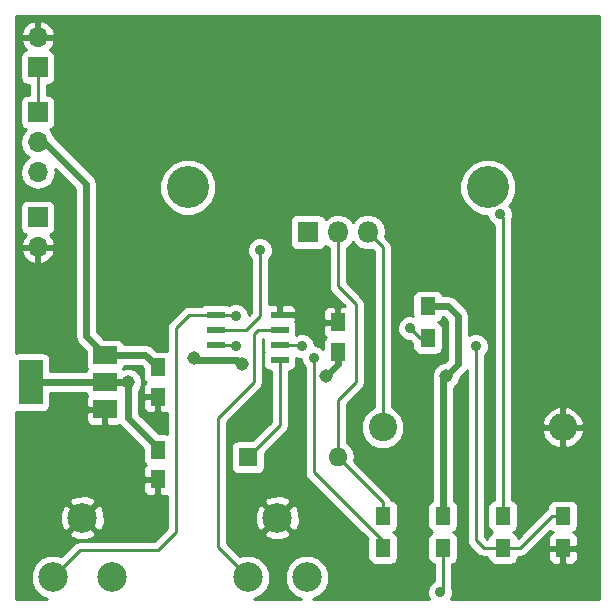
<source format=gtl>
G04 #@! TF.FileFunction,Copper,L1,Top,Signal*
%FSLAX46Y46*%
G04 Gerber Fmt 4.6, Leading zero omitted, Abs format (unit mm)*
G04 Created by KiCad (PCBNEW 4.0.5) date Wed Mar  1 21:50:55 2017*
%MOMM*%
%LPD*%
G01*
G04 APERTURE LIST*
%ADD10C,0.150000*%
%ADD11R,1.250000X1.500000*%
%ADD12R,1.600000X1.600000*%
%ADD13O,1.600000X1.600000*%
%ADD14R,1.700000X1.700000*%
%ADD15O,1.700000X1.700000*%
%ADD16R,1.800000X1.800000*%
%ADD17O,1.800000X1.800000*%
%ADD18R,1.300000X1.500000*%
%ADD19C,2.400000*%
%ADD20O,2.400000X2.400000*%
%ADD21C,2.500000*%
%ADD22R,1.550000X0.600000*%
%ADD23R,2.000000X3.800000*%
%ADD24R,2.000000X1.500000*%
%ADD25C,3.556000*%
%ADD26C,0.889000*%
%ADD27C,1.143000*%
%ADD28C,0.254000*%
%ADD29C,0.609600*%
G04 APERTURE END LIST*
D10*
D11*
X137160000Y-73640000D03*
X137160000Y-71140000D03*
X121920000Y-74950000D03*
X121920000Y-77450000D03*
X121920000Y-81935000D03*
X121920000Y-84435000D03*
D12*
X129540000Y-82550000D03*
D13*
X137160000Y-82550000D03*
D14*
X111760000Y-49530000D03*
D15*
X111760000Y-46990000D03*
D14*
X111760000Y-53340000D03*
D15*
X111760000Y-55880000D03*
X111760000Y-58420000D03*
D14*
X111760000Y-62230000D03*
D15*
X111760000Y-64770000D03*
D16*
X134620000Y-63500000D03*
D17*
X137160000Y-63500000D03*
X139700000Y-63500000D03*
D18*
X151130000Y-87550000D03*
X151130000Y-90250000D03*
X156210000Y-87550000D03*
X156210000Y-90250000D03*
X146050000Y-87550000D03*
X146050000Y-90250000D03*
X144780000Y-69770000D03*
X144780000Y-72470000D03*
X140970000Y-87550000D03*
X140970000Y-90250000D03*
D19*
X140970000Y-80010000D03*
D20*
X156210000Y-80010000D03*
D21*
X132040000Y-87670000D03*
X134540000Y-92710000D03*
X129540000Y-92710000D03*
X115530000Y-87670000D03*
X118030000Y-92710000D03*
X113030000Y-92710000D03*
D22*
X132240000Y-74295000D03*
X132240000Y-73025000D03*
X132240000Y-71755000D03*
X132240000Y-70485000D03*
X126840000Y-70485000D03*
X126840000Y-71755000D03*
X126840000Y-73025000D03*
X126840000Y-74295000D03*
D23*
X111150000Y-76200000D03*
D24*
X117450000Y-76200000D03*
X117450000Y-73900000D03*
X117450000Y-78500000D03*
D25*
X149860000Y-59690000D03*
X124460000Y-59690000D03*
D26*
X121920000Y-79502000D03*
X150876000Y-61976000D03*
X130556000Y-65024000D03*
X134112000Y-73152000D03*
X148844000Y-73152000D03*
X135128000Y-74168000D03*
X128524000Y-73152000D03*
X145796000Y-93980000D03*
X143256000Y-71628000D03*
X128524000Y-70612000D03*
D27*
X146304000Y-75692000D03*
X136144000Y-75692000D03*
X129032000Y-74676000D03*
X124968000Y-74168000D03*
X119380000Y-76200000D03*
D28*
X121920000Y-77450000D02*
X121920000Y-79502000D01*
D29*
X117450000Y-73900000D02*
X120870000Y-73900000D01*
X120870000Y-73900000D02*
X121920000Y-74950000D01*
X111760000Y-55880000D02*
X112268000Y-55880000D01*
X112268000Y-55880000D02*
X115824000Y-59436000D01*
X115824000Y-59436000D02*
X115824000Y-72274000D01*
X115824000Y-72274000D02*
X117450000Y-73900000D01*
D28*
X132240000Y-74295000D02*
X132240000Y-79850000D01*
X132240000Y-79850000D02*
X129540000Y-82550000D01*
X137160000Y-63500000D02*
X137160000Y-68072000D01*
X137160000Y-77724000D02*
X137160000Y-82550000D01*
X138684000Y-76200000D02*
X137160000Y-77724000D01*
X138684000Y-69596000D02*
X138684000Y-76200000D01*
X137160000Y-68072000D02*
X138684000Y-69596000D01*
X140970000Y-87550000D02*
X140970000Y-86360000D01*
X140970000Y-86360000D02*
X137160000Y-82550000D01*
X111760000Y-49530000D02*
X111760000Y-53340000D01*
X151130000Y-87550000D02*
X151130000Y-62230000D01*
X151130000Y-62230000D02*
X150876000Y-61976000D01*
X126840000Y-71755000D02*
X129413000Y-71755000D01*
X130556000Y-70612000D02*
X130556000Y-65024000D01*
X129413000Y-71755000D02*
X130556000Y-70612000D01*
X140970000Y-80010000D02*
X140970000Y-64770000D01*
X140970000Y-64770000D02*
X139700000Y-63500000D01*
X151130000Y-90250000D02*
X149526000Y-90250000D01*
X133985000Y-73025000D02*
X132240000Y-73025000D01*
X134112000Y-73152000D02*
X133985000Y-73025000D01*
X148844000Y-89568000D02*
X148844000Y-73152000D01*
X149526000Y-90250000D02*
X148844000Y-89568000D01*
X156210000Y-87550000D02*
X155274000Y-87550000D01*
X152574000Y-90250000D02*
X151130000Y-90250000D01*
X155274000Y-87550000D02*
X152574000Y-90250000D01*
X140970000Y-90250000D02*
X140970000Y-89662000D01*
X140970000Y-89662000D02*
X135128000Y-83820000D01*
X135128000Y-83820000D02*
X135128000Y-74168000D01*
X128524000Y-73152000D02*
X128397000Y-73025000D01*
X128397000Y-73025000D02*
X126840000Y-73025000D01*
X132240000Y-71755000D02*
X130429000Y-71755000D01*
X127000000Y-90170000D02*
X129540000Y-92710000D01*
X127000000Y-79248000D02*
X127000000Y-90170000D01*
X130048000Y-76200000D02*
X127000000Y-79248000D01*
X130048000Y-72136000D02*
X130048000Y-76200000D01*
X130429000Y-71755000D02*
X130048000Y-72136000D01*
X146050000Y-90250000D02*
X146050000Y-93726000D01*
X146050000Y-93726000D02*
X145796000Y-93980000D01*
X126840000Y-70485000D02*
X128397000Y-70485000D01*
X144098000Y-72470000D02*
X144780000Y-72470000D01*
X143256000Y-71628000D02*
X144098000Y-72470000D01*
X128397000Y-70485000D02*
X128524000Y-70612000D01*
X126840000Y-70485000D02*
X124587000Y-70485000D01*
X115316000Y-90424000D02*
X113030000Y-92710000D01*
X121920000Y-90424000D02*
X115316000Y-90424000D01*
X123444000Y-88900000D02*
X121920000Y-90424000D01*
X123444000Y-71628000D02*
X123444000Y-88900000D01*
X124587000Y-70485000D02*
X123444000Y-71628000D01*
D29*
X111150000Y-76200000D02*
X117450000Y-76200000D01*
X126840000Y-74295000D02*
X128651000Y-74295000D01*
X137160000Y-74676000D02*
X137160000Y-73640000D01*
X136144000Y-75692000D02*
X137160000Y-74676000D01*
X128651000Y-74295000D02*
X129032000Y-74676000D01*
X146050000Y-87550000D02*
X146050000Y-75946000D01*
X146050000Y-75946000D02*
X146304000Y-75692000D01*
X146478000Y-69770000D02*
X144780000Y-69770000D01*
X146304000Y-75692000D02*
X147320000Y-74676000D01*
X147320000Y-74676000D02*
X147320000Y-70612000D01*
X147320000Y-70612000D02*
X146478000Y-69770000D01*
X121920000Y-81935000D02*
X121920000Y-81788000D01*
X121920000Y-81788000D02*
X119380000Y-79248000D01*
X119380000Y-79248000D02*
X119380000Y-76200000D01*
X117450000Y-76200000D02*
X119380000Y-76200000D01*
X125095000Y-74295000D02*
X126840000Y-74295000D01*
X124968000Y-74168000D02*
X125095000Y-74295000D01*
D28*
G36*
X115846838Y-77185317D02*
X115952482Y-77349492D01*
X115911673Y-77390301D01*
X115815000Y-77623690D01*
X115815000Y-78214250D01*
X115973750Y-78373000D01*
X117323000Y-78373000D01*
X117323000Y-78353000D01*
X117577000Y-78353000D01*
X117577000Y-78373000D01*
X117597000Y-78373000D01*
X117597000Y-78627000D01*
X117577000Y-78627000D01*
X117577000Y-79726250D01*
X117735750Y-79885000D01*
X118576309Y-79885000D01*
X118670884Y-79845826D01*
X118715461Y-79912539D01*
X120647560Y-81844638D01*
X120647560Y-82685000D01*
X120691838Y-82920317D01*
X120830910Y-83136441D01*
X120899006Y-83182969D01*
X120756673Y-83325302D01*
X120660000Y-83558691D01*
X120660000Y-84149250D01*
X120818750Y-84308000D01*
X121793000Y-84308000D01*
X121793000Y-84288000D01*
X122047000Y-84288000D01*
X122047000Y-84308000D01*
X122067000Y-84308000D01*
X122067000Y-84562000D01*
X122047000Y-84562000D01*
X122047000Y-85661250D01*
X122205750Y-85820000D01*
X122671310Y-85820000D01*
X122682000Y-85815572D01*
X122682000Y-88584369D01*
X121604370Y-89662000D01*
X115316000Y-89662000D01*
X115024395Y-89720004D01*
X114777184Y-89885185D01*
X113710747Y-90951623D01*
X113406595Y-90825328D01*
X112656695Y-90824674D01*
X111963628Y-91111043D01*
X111432907Y-91640839D01*
X111145328Y-92333405D01*
X111144674Y-93083305D01*
X111431043Y-93776372D01*
X111960839Y-94307093D01*
X112521740Y-94540000D01*
X109930000Y-94540000D01*
X109930000Y-89003320D01*
X114376285Y-89003320D01*
X114505533Y-89296123D01*
X115205806Y-89564388D01*
X115955435Y-89544250D01*
X116554467Y-89296123D01*
X116683715Y-89003320D01*
X115530000Y-87849605D01*
X114376285Y-89003320D01*
X109930000Y-89003320D01*
X109930000Y-87345806D01*
X113635612Y-87345806D01*
X113655750Y-88095435D01*
X113903877Y-88694467D01*
X114196680Y-88823715D01*
X115350395Y-87670000D01*
X115709605Y-87670000D01*
X116863320Y-88823715D01*
X117156123Y-88694467D01*
X117424388Y-87994194D01*
X117404250Y-87244565D01*
X117156123Y-86645533D01*
X116863320Y-86516285D01*
X115709605Y-87670000D01*
X115350395Y-87670000D01*
X114196680Y-86516285D01*
X113903877Y-86645533D01*
X113635612Y-87345806D01*
X109930000Y-87345806D01*
X109930000Y-86336680D01*
X114376285Y-86336680D01*
X115530000Y-87490395D01*
X116683715Y-86336680D01*
X116554467Y-86043877D01*
X115854194Y-85775612D01*
X115104565Y-85795750D01*
X114505533Y-86043877D01*
X114376285Y-86336680D01*
X109930000Y-86336680D01*
X109930000Y-84720750D01*
X120660000Y-84720750D01*
X120660000Y-85311309D01*
X120756673Y-85544698D01*
X120935301Y-85723327D01*
X121168690Y-85820000D01*
X121634250Y-85820000D01*
X121793000Y-85661250D01*
X121793000Y-84562000D01*
X120818750Y-84562000D01*
X120660000Y-84720750D01*
X109930000Y-84720750D01*
X109930000Y-78785750D01*
X115815000Y-78785750D01*
X115815000Y-79376310D01*
X115911673Y-79609699D01*
X116090302Y-79788327D01*
X116323691Y-79885000D01*
X117164250Y-79885000D01*
X117323000Y-79726250D01*
X117323000Y-78627000D01*
X115973750Y-78627000D01*
X115815000Y-78785750D01*
X109930000Y-78785750D01*
X109930000Y-78702889D01*
X110150000Y-78747440D01*
X112150000Y-78747440D01*
X112385317Y-78703162D01*
X112601441Y-78564090D01*
X112746431Y-78351890D01*
X112797440Y-78100000D01*
X112797440Y-77139800D01*
X115838273Y-77139800D01*
X115846838Y-77185317D01*
X115846838Y-77185317D01*
G37*
X115846838Y-77185317D02*
X115952482Y-77349492D01*
X115911673Y-77390301D01*
X115815000Y-77623690D01*
X115815000Y-78214250D01*
X115973750Y-78373000D01*
X117323000Y-78373000D01*
X117323000Y-78353000D01*
X117577000Y-78353000D01*
X117577000Y-78373000D01*
X117597000Y-78373000D01*
X117597000Y-78627000D01*
X117577000Y-78627000D01*
X117577000Y-79726250D01*
X117735750Y-79885000D01*
X118576309Y-79885000D01*
X118670884Y-79845826D01*
X118715461Y-79912539D01*
X120647560Y-81844638D01*
X120647560Y-82685000D01*
X120691838Y-82920317D01*
X120830910Y-83136441D01*
X120899006Y-83182969D01*
X120756673Y-83325302D01*
X120660000Y-83558691D01*
X120660000Y-84149250D01*
X120818750Y-84308000D01*
X121793000Y-84308000D01*
X121793000Y-84288000D01*
X122047000Y-84288000D01*
X122047000Y-84308000D01*
X122067000Y-84308000D01*
X122067000Y-84562000D01*
X122047000Y-84562000D01*
X122047000Y-85661250D01*
X122205750Y-85820000D01*
X122671310Y-85820000D01*
X122682000Y-85815572D01*
X122682000Y-88584369D01*
X121604370Y-89662000D01*
X115316000Y-89662000D01*
X115024395Y-89720004D01*
X114777184Y-89885185D01*
X113710747Y-90951623D01*
X113406595Y-90825328D01*
X112656695Y-90824674D01*
X111963628Y-91111043D01*
X111432907Y-91640839D01*
X111145328Y-92333405D01*
X111144674Y-93083305D01*
X111431043Y-93776372D01*
X111960839Y-94307093D01*
X112521740Y-94540000D01*
X109930000Y-94540000D01*
X109930000Y-89003320D01*
X114376285Y-89003320D01*
X114505533Y-89296123D01*
X115205806Y-89564388D01*
X115955435Y-89544250D01*
X116554467Y-89296123D01*
X116683715Y-89003320D01*
X115530000Y-87849605D01*
X114376285Y-89003320D01*
X109930000Y-89003320D01*
X109930000Y-87345806D01*
X113635612Y-87345806D01*
X113655750Y-88095435D01*
X113903877Y-88694467D01*
X114196680Y-88823715D01*
X115350395Y-87670000D01*
X115709605Y-87670000D01*
X116863320Y-88823715D01*
X117156123Y-88694467D01*
X117424388Y-87994194D01*
X117404250Y-87244565D01*
X117156123Y-86645533D01*
X116863320Y-86516285D01*
X115709605Y-87670000D01*
X115350395Y-87670000D01*
X114196680Y-86516285D01*
X113903877Y-86645533D01*
X113635612Y-87345806D01*
X109930000Y-87345806D01*
X109930000Y-86336680D01*
X114376285Y-86336680D01*
X115530000Y-87490395D01*
X116683715Y-86336680D01*
X116554467Y-86043877D01*
X115854194Y-85775612D01*
X115104565Y-85795750D01*
X114505533Y-86043877D01*
X114376285Y-86336680D01*
X109930000Y-86336680D01*
X109930000Y-84720750D01*
X120660000Y-84720750D01*
X120660000Y-85311309D01*
X120756673Y-85544698D01*
X120935301Y-85723327D01*
X121168690Y-85820000D01*
X121634250Y-85820000D01*
X121793000Y-85661250D01*
X121793000Y-84562000D01*
X120818750Y-84562000D01*
X120660000Y-84720750D01*
X109930000Y-84720750D01*
X109930000Y-78785750D01*
X115815000Y-78785750D01*
X115815000Y-79376310D01*
X115911673Y-79609699D01*
X116090302Y-79788327D01*
X116323691Y-79885000D01*
X117164250Y-79885000D01*
X117323000Y-79726250D01*
X117323000Y-78627000D01*
X115973750Y-78627000D01*
X115815000Y-78785750D01*
X109930000Y-78785750D01*
X109930000Y-78702889D01*
X110150000Y-78747440D01*
X112150000Y-78747440D01*
X112385317Y-78703162D01*
X112601441Y-78564090D01*
X112746431Y-78351890D01*
X112797440Y-78100000D01*
X112797440Y-77139800D01*
X115838273Y-77139800D01*
X115846838Y-77185317D01*
G36*
X159310000Y-94540000D02*
X146732333Y-94540000D01*
X146875313Y-94195668D01*
X146875687Y-93766216D01*
X146812000Y-93612082D01*
X146812000Y-91626366D01*
X146935317Y-91603162D01*
X147151441Y-91464090D01*
X147296431Y-91251890D01*
X147347440Y-91000000D01*
X147347440Y-89500000D01*
X147303162Y-89264683D01*
X147164090Y-89048559D01*
X146951890Y-88903569D01*
X146938803Y-88900919D01*
X147151441Y-88764090D01*
X147296431Y-88551890D01*
X147347440Y-88300000D01*
X147347440Y-86800000D01*
X147303162Y-86564683D01*
X147164090Y-86348559D01*
X146989800Y-86229472D01*
X146989800Y-76712159D01*
X147326225Y-76376320D01*
X147510290Y-75933041D01*
X147510393Y-75814685D01*
X147984539Y-75340539D01*
X148082000Y-75194678D01*
X148082000Y-89568000D01*
X148140004Y-89859605D01*
X148209926Y-89964250D01*
X148305185Y-90106815D01*
X148987185Y-90788816D01*
X149114667Y-90873996D01*
X149234395Y-90953996D01*
X149526000Y-91012000D01*
X149834818Y-91012000D01*
X149876838Y-91235317D01*
X150015910Y-91451441D01*
X150228110Y-91596431D01*
X150480000Y-91647440D01*
X151780000Y-91647440D01*
X152015317Y-91603162D01*
X152231441Y-91464090D01*
X152376431Y-91251890D01*
X152425010Y-91012000D01*
X152574000Y-91012000D01*
X152865605Y-90953996D01*
X153112815Y-90788815D01*
X153365880Y-90535750D01*
X154925000Y-90535750D01*
X154925000Y-91126309D01*
X155021673Y-91359698D01*
X155200301Y-91538327D01*
X155433690Y-91635000D01*
X155924250Y-91635000D01*
X156083000Y-91476250D01*
X156083000Y-90377000D01*
X156337000Y-90377000D01*
X156337000Y-91476250D01*
X156495750Y-91635000D01*
X156986310Y-91635000D01*
X157219699Y-91538327D01*
X157398327Y-91359698D01*
X157495000Y-91126309D01*
X157495000Y-90535750D01*
X157336250Y-90377000D01*
X156337000Y-90377000D01*
X156083000Y-90377000D01*
X155083750Y-90377000D01*
X154925000Y-90535750D01*
X153365880Y-90535750D01*
X155128157Y-88773474D01*
X155308110Y-88896431D01*
X155341490Y-88903191D01*
X155200301Y-88961673D01*
X155021673Y-89140302D01*
X154925000Y-89373691D01*
X154925000Y-89964250D01*
X155083750Y-90123000D01*
X156083000Y-90123000D01*
X156083000Y-90103000D01*
X156337000Y-90103000D01*
X156337000Y-90123000D01*
X157336250Y-90123000D01*
X157495000Y-89964250D01*
X157495000Y-89373691D01*
X157398327Y-89140302D01*
X157219699Y-88961673D01*
X157083713Y-88905346D01*
X157095317Y-88903162D01*
X157311441Y-88764090D01*
X157456431Y-88551890D01*
X157507440Y-88300000D01*
X157507440Y-86800000D01*
X157463162Y-86564683D01*
X157324090Y-86348559D01*
X157111890Y-86203569D01*
X156860000Y-86152560D01*
X155560000Y-86152560D01*
X155324683Y-86196838D01*
X155108559Y-86335910D01*
X154963569Y-86548110D01*
X154912560Y-86800000D01*
X154912560Y-86892666D01*
X154903357Y-86898816D01*
X154735185Y-87011184D01*
X152398765Y-89347605D01*
X152383162Y-89264683D01*
X152244090Y-89048559D01*
X152031890Y-88903569D01*
X152018803Y-88900919D01*
X152231441Y-88764090D01*
X152376431Y-88551890D01*
X152427440Y-88300000D01*
X152427440Y-86800000D01*
X152383162Y-86564683D01*
X152244090Y-86348559D01*
X152031890Y-86203569D01*
X151892000Y-86175241D01*
X151892000Y-80421805D01*
X154421805Y-80421805D01*
X154654358Y-80983258D01*
X155145224Y-81504492D01*
X155798193Y-81798203D01*
X156083000Y-81681858D01*
X156083000Y-80137000D01*
X156337000Y-80137000D01*
X156337000Y-81681858D01*
X156621807Y-81798203D01*
X157274776Y-81504492D01*
X157765642Y-80983258D01*
X157998195Y-80421805D01*
X157881432Y-80137000D01*
X156337000Y-80137000D01*
X156083000Y-80137000D01*
X154538568Y-80137000D01*
X154421805Y-80421805D01*
X151892000Y-80421805D01*
X151892000Y-79598195D01*
X154421805Y-79598195D01*
X154538568Y-79883000D01*
X156083000Y-79883000D01*
X156083000Y-78338142D01*
X156337000Y-78338142D01*
X156337000Y-79883000D01*
X157881432Y-79883000D01*
X157998195Y-79598195D01*
X157765642Y-79036742D01*
X157274776Y-78515508D01*
X156621807Y-78221797D01*
X156337000Y-78338142D01*
X156083000Y-78338142D01*
X155798193Y-78221797D01*
X155145224Y-78515508D01*
X154654358Y-79036742D01*
X154421805Y-79598195D01*
X151892000Y-79598195D01*
X151892000Y-62344142D01*
X151955313Y-62191668D01*
X151955687Y-61762216D01*
X151791689Y-61365311D01*
X151694635Y-61268087D01*
X151904449Y-61058639D01*
X152272580Y-60172081D01*
X152273417Y-59212130D01*
X151906834Y-58324931D01*
X151228639Y-57645551D01*
X150342081Y-57277420D01*
X149382130Y-57276583D01*
X148494931Y-57643166D01*
X147815551Y-58321361D01*
X147447420Y-59207919D01*
X147446583Y-60167870D01*
X147813166Y-61055069D01*
X148491361Y-61734449D01*
X149377919Y-62102580D01*
X149796389Y-62102945D01*
X149796313Y-62189784D01*
X149960311Y-62586689D01*
X150263714Y-62890622D01*
X150368000Y-62933926D01*
X150368000Y-86173634D01*
X150244683Y-86196838D01*
X150028559Y-86335910D01*
X149883569Y-86548110D01*
X149832560Y-86800000D01*
X149832560Y-88300000D01*
X149876838Y-88535317D01*
X150015910Y-88751441D01*
X150228110Y-88896431D01*
X150241197Y-88899081D01*
X150028559Y-89035910D01*
X149883569Y-89248110D01*
X149836108Y-89482478D01*
X149606000Y-89252370D01*
X149606000Y-73916642D01*
X149758622Y-73764286D01*
X149923313Y-73367668D01*
X149923687Y-72938216D01*
X149759689Y-72541311D01*
X149456286Y-72237378D01*
X149059668Y-72072687D01*
X148630216Y-72072313D01*
X148259800Y-72225366D01*
X148259800Y-70612000D01*
X148188262Y-70252354D01*
X147984539Y-69947461D01*
X147142539Y-69105461D01*
X146837646Y-68901738D01*
X146478000Y-68830200D01*
X146041727Y-68830200D01*
X146033162Y-68784683D01*
X145894090Y-68568559D01*
X145681890Y-68423569D01*
X145430000Y-68372560D01*
X144130000Y-68372560D01*
X143894683Y-68416838D01*
X143678559Y-68555910D01*
X143533569Y-68768110D01*
X143482560Y-69020000D01*
X143482560Y-70520000D01*
X143489338Y-70556024D01*
X143471668Y-70548687D01*
X143042216Y-70548313D01*
X142645311Y-70712311D01*
X142341378Y-71015714D01*
X142176687Y-71412332D01*
X142176313Y-71841784D01*
X142340311Y-72238689D01*
X142643714Y-72542622D01*
X143040332Y-72707313D01*
X143257872Y-72707502D01*
X143482560Y-72932190D01*
X143482560Y-73220000D01*
X143526838Y-73455317D01*
X143665910Y-73671441D01*
X143878110Y-73816431D01*
X144130000Y-73867440D01*
X145430000Y-73867440D01*
X145665317Y-73823162D01*
X145881441Y-73684090D01*
X146026431Y-73471890D01*
X146077440Y-73220000D01*
X146077440Y-71720000D01*
X146033162Y-71484683D01*
X145894090Y-71268559D01*
X145681890Y-71123569D01*
X145668803Y-71120919D01*
X145881441Y-70984090D01*
X146026431Y-70771890D01*
X146039005Y-70709800D01*
X146088722Y-70709800D01*
X146380200Y-71001278D01*
X146380200Y-74286722D01*
X146181529Y-74485393D01*
X146065065Y-74485291D01*
X145621465Y-74668582D01*
X145281775Y-75007680D01*
X145097710Y-75450959D01*
X145097291Y-75930935D01*
X145110200Y-75962177D01*
X145110200Y-86231897D01*
X144948559Y-86335910D01*
X144803569Y-86548110D01*
X144752560Y-86800000D01*
X144752560Y-88300000D01*
X144796838Y-88535317D01*
X144935910Y-88751441D01*
X145148110Y-88896431D01*
X145161197Y-88899081D01*
X144948559Y-89035910D01*
X144803569Y-89248110D01*
X144752560Y-89500000D01*
X144752560Y-91000000D01*
X144796838Y-91235317D01*
X144935910Y-91451441D01*
X145148110Y-91596431D01*
X145288000Y-91624759D01*
X145288000Y-93021881D01*
X145185311Y-93064311D01*
X144881378Y-93367714D01*
X144716687Y-93764332D01*
X144716313Y-94193784D01*
X144859367Y-94540000D01*
X135047204Y-94540000D01*
X135606372Y-94308957D01*
X136137093Y-93779161D01*
X136424672Y-93086595D01*
X136425326Y-92336695D01*
X136138957Y-91643628D01*
X135609161Y-91112907D01*
X134916595Y-90825328D01*
X134166695Y-90824674D01*
X133473628Y-91111043D01*
X132942907Y-91640839D01*
X132655328Y-92333405D01*
X132654674Y-93083305D01*
X132941043Y-93776372D01*
X133470839Y-94307093D01*
X134031740Y-94540000D01*
X130047204Y-94540000D01*
X130606372Y-94308957D01*
X131137093Y-93779161D01*
X131424672Y-93086595D01*
X131425326Y-92336695D01*
X131138957Y-91643628D01*
X130609161Y-91112907D01*
X129916595Y-90825328D01*
X129166695Y-90824674D01*
X128859312Y-90951682D01*
X127762000Y-89854370D01*
X127762000Y-89003320D01*
X130886285Y-89003320D01*
X131015533Y-89296123D01*
X131715806Y-89564388D01*
X132465435Y-89544250D01*
X133064467Y-89296123D01*
X133193715Y-89003320D01*
X132040000Y-87849605D01*
X130886285Y-89003320D01*
X127762000Y-89003320D01*
X127762000Y-87345806D01*
X130145612Y-87345806D01*
X130165750Y-88095435D01*
X130413877Y-88694467D01*
X130706680Y-88823715D01*
X131860395Y-87670000D01*
X132219605Y-87670000D01*
X133373320Y-88823715D01*
X133666123Y-88694467D01*
X133934388Y-87994194D01*
X133914250Y-87244565D01*
X133666123Y-86645533D01*
X133373320Y-86516285D01*
X132219605Y-87670000D01*
X131860395Y-87670000D01*
X130706680Y-86516285D01*
X130413877Y-86645533D01*
X130145612Y-87345806D01*
X127762000Y-87345806D01*
X127762000Y-86336680D01*
X130886285Y-86336680D01*
X132040000Y-87490395D01*
X133193715Y-86336680D01*
X133064467Y-86043877D01*
X132364194Y-85775612D01*
X131614565Y-85795750D01*
X131015533Y-86043877D01*
X130886285Y-86336680D01*
X127762000Y-86336680D01*
X127762000Y-79563630D01*
X130586815Y-76738815D01*
X130658320Y-76631800D01*
X130751996Y-76491605D01*
X130810000Y-76200000D01*
X130810000Y-72517000D01*
X130859681Y-72517000D01*
X130817560Y-72725000D01*
X130817560Y-73325000D01*
X130861838Y-73560317D01*
X130925678Y-73659528D01*
X130868569Y-73743110D01*
X130817560Y-73995000D01*
X130817560Y-74595000D01*
X130861838Y-74830317D01*
X131000910Y-75046441D01*
X131213110Y-75191431D01*
X131465000Y-75242440D01*
X131478000Y-75242440D01*
X131478000Y-79534369D01*
X129909810Y-81102560D01*
X128740000Y-81102560D01*
X128504683Y-81146838D01*
X128288559Y-81285910D01*
X128143569Y-81498110D01*
X128092560Y-81750000D01*
X128092560Y-83350000D01*
X128136838Y-83585317D01*
X128275910Y-83801441D01*
X128488110Y-83946431D01*
X128740000Y-83997440D01*
X130340000Y-83997440D01*
X130575317Y-83953162D01*
X130791441Y-83814090D01*
X130936431Y-83601890D01*
X130987440Y-83350000D01*
X130987440Y-82180190D01*
X132778816Y-80388815D01*
X132913129Y-80187800D01*
X132943996Y-80141605D01*
X133002000Y-79850000D01*
X133002000Y-75242440D01*
X133015000Y-75242440D01*
X133250317Y-75198162D01*
X133466441Y-75059090D01*
X133611431Y-74846890D01*
X133662440Y-74595000D01*
X133662440Y-74134192D01*
X133896332Y-74231313D01*
X134048444Y-74231445D01*
X134048313Y-74381784D01*
X134212311Y-74778689D01*
X134366000Y-74932646D01*
X134366000Y-83820000D01*
X134424004Y-84111605D01*
X134589185Y-84358815D01*
X139682295Y-89451926D01*
X139672560Y-89500000D01*
X139672560Y-91000000D01*
X139716838Y-91235317D01*
X139855910Y-91451441D01*
X140068110Y-91596431D01*
X140320000Y-91647440D01*
X141620000Y-91647440D01*
X141855317Y-91603162D01*
X142071441Y-91464090D01*
X142216431Y-91251890D01*
X142267440Y-91000000D01*
X142267440Y-89500000D01*
X142223162Y-89264683D01*
X142084090Y-89048559D01*
X141871890Y-88903569D01*
X141858803Y-88900919D01*
X142071441Y-88764090D01*
X142216431Y-88551890D01*
X142267440Y-88300000D01*
X142267440Y-86800000D01*
X142223162Y-86564683D01*
X142084090Y-86348559D01*
X141871890Y-86203569D01*
X141693706Y-86167486D01*
X141673996Y-86068395D01*
X141607834Y-85969377D01*
X141508816Y-85821185D01*
X138559157Y-82871527D01*
X138623113Y-82550000D01*
X138513880Y-82000849D01*
X138202811Y-81535302D01*
X137922000Y-81347670D01*
X137922000Y-78039630D01*
X139222815Y-76738816D01*
X139387996Y-76491605D01*
X139398473Y-76438935D01*
X139446000Y-76200000D01*
X139446000Y-69596000D01*
X139387996Y-69304395D01*
X139222815Y-69057184D01*
X137922000Y-67756370D01*
X137922000Y-64821597D01*
X138275481Y-64585409D01*
X138430000Y-64354155D01*
X138584519Y-64585409D01*
X139082509Y-64918155D01*
X139669928Y-65035000D01*
X139730072Y-65035000D01*
X140086476Y-64964107D01*
X140208000Y-65085631D01*
X140208000Y-78339379D01*
X139931914Y-78453455D01*
X139415270Y-78969199D01*
X139135319Y-79643395D01*
X139134682Y-80373403D01*
X139413455Y-81048086D01*
X139929199Y-81564730D01*
X140603395Y-81844681D01*
X141333403Y-81845318D01*
X142008086Y-81566545D01*
X142524730Y-81050801D01*
X142804681Y-80376605D01*
X142805318Y-79646597D01*
X142526545Y-78971914D01*
X142010801Y-78455270D01*
X141732000Y-78339502D01*
X141732000Y-64770000D01*
X141673996Y-64478395D01*
X141621614Y-64400000D01*
X141508815Y-64231184D01*
X141184200Y-63906569D01*
X141265072Y-63500000D01*
X141148227Y-62912581D01*
X140815481Y-62414591D01*
X140317491Y-62081845D01*
X139730072Y-61965000D01*
X139669928Y-61965000D01*
X139082509Y-62081845D01*
X138584519Y-62414591D01*
X138430000Y-62645845D01*
X138275481Y-62414591D01*
X137777491Y-62081845D01*
X137190072Y-61965000D01*
X137129928Y-61965000D01*
X136542509Y-62081845D01*
X136121974Y-62362837D01*
X135984090Y-62148559D01*
X135771890Y-62003569D01*
X135520000Y-61952560D01*
X133720000Y-61952560D01*
X133484683Y-61996838D01*
X133268559Y-62135910D01*
X133123569Y-62348110D01*
X133072560Y-62600000D01*
X133072560Y-64400000D01*
X133116838Y-64635317D01*
X133255910Y-64851441D01*
X133468110Y-64996431D01*
X133720000Y-65047440D01*
X135520000Y-65047440D01*
X135755317Y-65003162D01*
X135971441Y-64864090D01*
X136116431Y-64651890D01*
X136119719Y-64635656D01*
X136398000Y-64821597D01*
X136398000Y-68072000D01*
X136456004Y-68363605D01*
X136496071Y-68423569D01*
X136621185Y-68610815D01*
X137765369Y-69755000D01*
X137445750Y-69755000D01*
X137287000Y-69913750D01*
X137287000Y-71013000D01*
X137307000Y-71013000D01*
X137307000Y-71267000D01*
X137287000Y-71267000D01*
X137287000Y-71287000D01*
X137033000Y-71287000D01*
X137033000Y-71267000D01*
X136058750Y-71267000D01*
X135900000Y-71425750D01*
X135900000Y-72016309D01*
X135996673Y-72249698D01*
X136137910Y-72390936D01*
X136083559Y-72425910D01*
X135938569Y-72638110D01*
X135887560Y-72890000D01*
X135887560Y-73400909D01*
X135740286Y-73253378D01*
X135343668Y-73088687D01*
X135191556Y-73088555D01*
X135191687Y-72938216D01*
X135027689Y-72541311D01*
X134724286Y-72237378D01*
X134327668Y-72072687D01*
X133898216Y-72072313D01*
X133637084Y-72180211D01*
X133662440Y-72055000D01*
X133662440Y-71455000D01*
X133618162Y-71219683D01*
X133559822Y-71129020D01*
X133650000Y-70911310D01*
X133650000Y-70770750D01*
X133491250Y-70612000D01*
X132367000Y-70612000D01*
X132367000Y-70632000D01*
X132113000Y-70632000D01*
X132113000Y-70612000D01*
X132093000Y-70612000D01*
X132093000Y-70358000D01*
X132113000Y-70358000D01*
X132113000Y-69708750D01*
X132367000Y-69708750D01*
X132367000Y-70358000D01*
X133491250Y-70358000D01*
X133585559Y-70263691D01*
X135900000Y-70263691D01*
X135900000Y-70854250D01*
X136058750Y-71013000D01*
X137033000Y-71013000D01*
X137033000Y-69913750D01*
X136874250Y-69755000D01*
X136408690Y-69755000D01*
X136175301Y-69851673D01*
X135996673Y-70030302D01*
X135900000Y-70263691D01*
X133585559Y-70263691D01*
X133650000Y-70199250D01*
X133650000Y-70058690D01*
X133553327Y-69825301D01*
X133374698Y-69646673D01*
X133141309Y-69550000D01*
X132525750Y-69550000D01*
X132367000Y-69708750D01*
X132113000Y-69708750D01*
X131954250Y-69550000D01*
X131338691Y-69550000D01*
X131318000Y-69558571D01*
X131318000Y-65788642D01*
X131470622Y-65636286D01*
X131635313Y-65239668D01*
X131635687Y-64810216D01*
X131471689Y-64413311D01*
X131168286Y-64109378D01*
X130771668Y-63944687D01*
X130342216Y-63944313D01*
X129945311Y-64108311D01*
X129641378Y-64411714D01*
X129476687Y-64808332D01*
X129476313Y-65237784D01*
X129640311Y-65634689D01*
X129794000Y-65788646D01*
X129794000Y-70296370D01*
X129603610Y-70486760D01*
X129603687Y-70398216D01*
X129439689Y-70001311D01*
X129136286Y-69697378D01*
X128739668Y-69532687D01*
X128310216Y-69532313D01*
X127982647Y-69667662D01*
X127866890Y-69588569D01*
X127615000Y-69537560D01*
X126065000Y-69537560D01*
X125829683Y-69581838D01*
X125613559Y-69720910D01*
X125612131Y-69723000D01*
X124587000Y-69723000D01*
X124295395Y-69781004D01*
X124048185Y-69946185D01*
X122905185Y-71089185D01*
X122740004Y-71336395D01*
X122682000Y-71628000D01*
X122682000Y-73580303D01*
X122545000Y-73552560D01*
X121851638Y-73552560D01*
X121534539Y-73235461D01*
X121229646Y-73031738D01*
X120870000Y-72960200D01*
X119061727Y-72960200D01*
X119053162Y-72914683D01*
X118914090Y-72698559D01*
X118701890Y-72553569D01*
X118450000Y-72502560D01*
X117381638Y-72502560D01*
X116763800Y-71884722D01*
X116763800Y-60167870D01*
X122046583Y-60167870D01*
X122413166Y-61055069D01*
X123091361Y-61734449D01*
X123977919Y-62102580D01*
X124937870Y-62103417D01*
X125825069Y-61736834D01*
X126504449Y-61058639D01*
X126872580Y-60172081D01*
X126873417Y-59212130D01*
X126506834Y-58324931D01*
X125828639Y-57645551D01*
X124942081Y-57277420D01*
X123982130Y-57276583D01*
X123094931Y-57643166D01*
X122415551Y-58321361D01*
X122047420Y-59207919D01*
X122046583Y-60167870D01*
X116763800Y-60167870D01*
X116763800Y-59436000D01*
X116692262Y-59076354D01*
X116488539Y-58771461D01*
X113193895Y-55476817D01*
X113161054Y-55311715D01*
X112839147Y-54829946D01*
X112797548Y-54802150D01*
X112845317Y-54793162D01*
X113061441Y-54654090D01*
X113206431Y-54441890D01*
X113257440Y-54190000D01*
X113257440Y-52490000D01*
X113213162Y-52254683D01*
X113074090Y-52038559D01*
X112861890Y-51893569D01*
X112610000Y-51842560D01*
X112522000Y-51842560D01*
X112522000Y-51027440D01*
X112610000Y-51027440D01*
X112845317Y-50983162D01*
X113061441Y-50844090D01*
X113206431Y-50631890D01*
X113257440Y-50380000D01*
X113257440Y-48680000D01*
X113213162Y-48444683D01*
X113074090Y-48228559D01*
X112861890Y-48083569D01*
X112753893Y-48061699D01*
X113031645Y-47756924D01*
X113201476Y-47346890D01*
X113080155Y-47117000D01*
X111887000Y-47117000D01*
X111887000Y-47137000D01*
X111633000Y-47137000D01*
X111633000Y-47117000D01*
X110439845Y-47117000D01*
X110318524Y-47346890D01*
X110488355Y-47756924D01*
X110764501Y-48059937D01*
X110674683Y-48076838D01*
X110458559Y-48215910D01*
X110313569Y-48428110D01*
X110262560Y-48680000D01*
X110262560Y-50380000D01*
X110306838Y-50615317D01*
X110445910Y-50831441D01*
X110658110Y-50976431D01*
X110910000Y-51027440D01*
X110998000Y-51027440D01*
X110998000Y-51842560D01*
X110910000Y-51842560D01*
X110674683Y-51886838D01*
X110458559Y-52025910D01*
X110313569Y-52238110D01*
X110262560Y-52490000D01*
X110262560Y-54190000D01*
X110306838Y-54425317D01*
X110445910Y-54641441D01*
X110658110Y-54786431D01*
X110725541Y-54800086D01*
X110680853Y-54829946D01*
X110358946Y-55311715D01*
X110245907Y-55880000D01*
X110358946Y-56448285D01*
X110680853Y-56930054D01*
X111010026Y-57150000D01*
X110680853Y-57369946D01*
X110358946Y-57851715D01*
X110245907Y-58420000D01*
X110358946Y-58988285D01*
X110680853Y-59470054D01*
X111162622Y-59791961D01*
X111730907Y-59905000D01*
X111789093Y-59905000D01*
X112357378Y-59791961D01*
X112839147Y-59470054D01*
X113161054Y-58988285D01*
X113274093Y-58420000D01*
X113223233Y-58164311D01*
X114884200Y-59825278D01*
X114884200Y-72274000D01*
X114955738Y-72633646D01*
X115159461Y-72938539D01*
X115802560Y-73581638D01*
X115802560Y-74650000D01*
X115846838Y-74885317D01*
X115953759Y-75051477D01*
X115853569Y-75198110D01*
X115840995Y-75260200D01*
X112797440Y-75260200D01*
X112797440Y-74300000D01*
X112753162Y-74064683D01*
X112614090Y-73848559D01*
X112401890Y-73703569D01*
X112150000Y-73652560D01*
X110150000Y-73652560D01*
X109930000Y-73693956D01*
X109930000Y-65126890D01*
X110318524Y-65126890D01*
X110488355Y-65536924D01*
X110878642Y-65965183D01*
X111403108Y-66211486D01*
X111633000Y-66090819D01*
X111633000Y-64897000D01*
X111887000Y-64897000D01*
X111887000Y-66090819D01*
X112116892Y-66211486D01*
X112641358Y-65965183D01*
X113031645Y-65536924D01*
X113201476Y-65126890D01*
X113080155Y-64897000D01*
X111887000Y-64897000D01*
X111633000Y-64897000D01*
X110439845Y-64897000D01*
X110318524Y-65126890D01*
X109930000Y-65126890D01*
X109930000Y-61380000D01*
X110262560Y-61380000D01*
X110262560Y-63080000D01*
X110306838Y-63315317D01*
X110445910Y-63531441D01*
X110658110Y-63676431D01*
X110766107Y-63698301D01*
X110488355Y-64003076D01*
X110318524Y-64413110D01*
X110439845Y-64643000D01*
X111633000Y-64643000D01*
X111633000Y-64623000D01*
X111887000Y-64623000D01*
X111887000Y-64643000D01*
X113080155Y-64643000D01*
X113201476Y-64413110D01*
X113031645Y-64003076D01*
X112755499Y-63700063D01*
X112845317Y-63683162D01*
X113061441Y-63544090D01*
X113206431Y-63331890D01*
X113257440Y-63080000D01*
X113257440Y-61380000D01*
X113213162Y-61144683D01*
X113074090Y-60928559D01*
X112861890Y-60783569D01*
X112610000Y-60732560D01*
X110910000Y-60732560D01*
X110674683Y-60776838D01*
X110458559Y-60915910D01*
X110313569Y-61128110D01*
X110262560Y-61380000D01*
X109930000Y-61380000D01*
X109930000Y-46633110D01*
X110318524Y-46633110D01*
X110439845Y-46863000D01*
X111633000Y-46863000D01*
X111633000Y-45669181D01*
X111887000Y-45669181D01*
X111887000Y-46863000D01*
X113080155Y-46863000D01*
X113201476Y-46633110D01*
X113031645Y-46223076D01*
X112641358Y-45794817D01*
X112116892Y-45548514D01*
X111887000Y-45669181D01*
X111633000Y-45669181D01*
X111403108Y-45548514D01*
X110878642Y-45794817D01*
X110488355Y-46223076D01*
X110318524Y-46633110D01*
X109930000Y-46633110D01*
X109930000Y-45160000D01*
X159310000Y-45160000D01*
X159310000Y-94540000D01*
X159310000Y-94540000D01*
G37*
X159310000Y-94540000D02*
X146732333Y-94540000D01*
X146875313Y-94195668D01*
X146875687Y-93766216D01*
X146812000Y-93612082D01*
X146812000Y-91626366D01*
X146935317Y-91603162D01*
X147151441Y-91464090D01*
X147296431Y-91251890D01*
X147347440Y-91000000D01*
X147347440Y-89500000D01*
X147303162Y-89264683D01*
X147164090Y-89048559D01*
X146951890Y-88903569D01*
X146938803Y-88900919D01*
X147151441Y-88764090D01*
X147296431Y-88551890D01*
X147347440Y-88300000D01*
X147347440Y-86800000D01*
X147303162Y-86564683D01*
X147164090Y-86348559D01*
X146989800Y-86229472D01*
X146989800Y-76712159D01*
X147326225Y-76376320D01*
X147510290Y-75933041D01*
X147510393Y-75814685D01*
X147984539Y-75340539D01*
X148082000Y-75194678D01*
X148082000Y-89568000D01*
X148140004Y-89859605D01*
X148209926Y-89964250D01*
X148305185Y-90106815D01*
X148987185Y-90788816D01*
X149114667Y-90873996D01*
X149234395Y-90953996D01*
X149526000Y-91012000D01*
X149834818Y-91012000D01*
X149876838Y-91235317D01*
X150015910Y-91451441D01*
X150228110Y-91596431D01*
X150480000Y-91647440D01*
X151780000Y-91647440D01*
X152015317Y-91603162D01*
X152231441Y-91464090D01*
X152376431Y-91251890D01*
X152425010Y-91012000D01*
X152574000Y-91012000D01*
X152865605Y-90953996D01*
X153112815Y-90788815D01*
X153365880Y-90535750D01*
X154925000Y-90535750D01*
X154925000Y-91126309D01*
X155021673Y-91359698D01*
X155200301Y-91538327D01*
X155433690Y-91635000D01*
X155924250Y-91635000D01*
X156083000Y-91476250D01*
X156083000Y-90377000D01*
X156337000Y-90377000D01*
X156337000Y-91476250D01*
X156495750Y-91635000D01*
X156986310Y-91635000D01*
X157219699Y-91538327D01*
X157398327Y-91359698D01*
X157495000Y-91126309D01*
X157495000Y-90535750D01*
X157336250Y-90377000D01*
X156337000Y-90377000D01*
X156083000Y-90377000D01*
X155083750Y-90377000D01*
X154925000Y-90535750D01*
X153365880Y-90535750D01*
X155128157Y-88773474D01*
X155308110Y-88896431D01*
X155341490Y-88903191D01*
X155200301Y-88961673D01*
X155021673Y-89140302D01*
X154925000Y-89373691D01*
X154925000Y-89964250D01*
X155083750Y-90123000D01*
X156083000Y-90123000D01*
X156083000Y-90103000D01*
X156337000Y-90103000D01*
X156337000Y-90123000D01*
X157336250Y-90123000D01*
X157495000Y-89964250D01*
X157495000Y-89373691D01*
X157398327Y-89140302D01*
X157219699Y-88961673D01*
X157083713Y-88905346D01*
X157095317Y-88903162D01*
X157311441Y-88764090D01*
X157456431Y-88551890D01*
X157507440Y-88300000D01*
X157507440Y-86800000D01*
X157463162Y-86564683D01*
X157324090Y-86348559D01*
X157111890Y-86203569D01*
X156860000Y-86152560D01*
X155560000Y-86152560D01*
X155324683Y-86196838D01*
X155108559Y-86335910D01*
X154963569Y-86548110D01*
X154912560Y-86800000D01*
X154912560Y-86892666D01*
X154903357Y-86898816D01*
X154735185Y-87011184D01*
X152398765Y-89347605D01*
X152383162Y-89264683D01*
X152244090Y-89048559D01*
X152031890Y-88903569D01*
X152018803Y-88900919D01*
X152231441Y-88764090D01*
X152376431Y-88551890D01*
X152427440Y-88300000D01*
X152427440Y-86800000D01*
X152383162Y-86564683D01*
X152244090Y-86348559D01*
X152031890Y-86203569D01*
X151892000Y-86175241D01*
X151892000Y-80421805D01*
X154421805Y-80421805D01*
X154654358Y-80983258D01*
X155145224Y-81504492D01*
X155798193Y-81798203D01*
X156083000Y-81681858D01*
X156083000Y-80137000D01*
X156337000Y-80137000D01*
X156337000Y-81681858D01*
X156621807Y-81798203D01*
X157274776Y-81504492D01*
X157765642Y-80983258D01*
X157998195Y-80421805D01*
X157881432Y-80137000D01*
X156337000Y-80137000D01*
X156083000Y-80137000D01*
X154538568Y-80137000D01*
X154421805Y-80421805D01*
X151892000Y-80421805D01*
X151892000Y-79598195D01*
X154421805Y-79598195D01*
X154538568Y-79883000D01*
X156083000Y-79883000D01*
X156083000Y-78338142D01*
X156337000Y-78338142D01*
X156337000Y-79883000D01*
X157881432Y-79883000D01*
X157998195Y-79598195D01*
X157765642Y-79036742D01*
X157274776Y-78515508D01*
X156621807Y-78221797D01*
X156337000Y-78338142D01*
X156083000Y-78338142D01*
X155798193Y-78221797D01*
X155145224Y-78515508D01*
X154654358Y-79036742D01*
X154421805Y-79598195D01*
X151892000Y-79598195D01*
X151892000Y-62344142D01*
X151955313Y-62191668D01*
X151955687Y-61762216D01*
X151791689Y-61365311D01*
X151694635Y-61268087D01*
X151904449Y-61058639D01*
X152272580Y-60172081D01*
X152273417Y-59212130D01*
X151906834Y-58324931D01*
X151228639Y-57645551D01*
X150342081Y-57277420D01*
X149382130Y-57276583D01*
X148494931Y-57643166D01*
X147815551Y-58321361D01*
X147447420Y-59207919D01*
X147446583Y-60167870D01*
X147813166Y-61055069D01*
X148491361Y-61734449D01*
X149377919Y-62102580D01*
X149796389Y-62102945D01*
X149796313Y-62189784D01*
X149960311Y-62586689D01*
X150263714Y-62890622D01*
X150368000Y-62933926D01*
X150368000Y-86173634D01*
X150244683Y-86196838D01*
X150028559Y-86335910D01*
X149883569Y-86548110D01*
X149832560Y-86800000D01*
X149832560Y-88300000D01*
X149876838Y-88535317D01*
X150015910Y-88751441D01*
X150228110Y-88896431D01*
X150241197Y-88899081D01*
X150028559Y-89035910D01*
X149883569Y-89248110D01*
X149836108Y-89482478D01*
X149606000Y-89252370D01*
X149606000Y-73916642D01*
X149758622Y-73764286D01*
X149923313Y-73367668D01*
X149923687Y-72938216D01*
X149759689Y-72541311D01*
X149456286Y-72237378D01*
X149059668Y-72072687D01*
X148630216Y-72072313D01*
X148259800Y-72225366D01*
X148259800Y-70612000D01*
X148188262Y-70252354D01*
X147984539Y-69947461D01*
X147142539Y-69105461D01*
X146837646Y-68901738D01*
X146478000Y-68830200D01*
X146041727Y-68830200D01*
X146033162Y-68784683D01*
X145894090Y-68568559D01*
X145681890Y-68423569D01*
X145430000Y-68372560D01*
X144130000Y-68372560D01*
X143894683Y-68416838D01*
X143678559Y-68555910D01*
X143533569Y-68768110D01*
X143482560Y-69020000D01*
X143482560Y-70520000D01*
X143489338Y-70556024D01*
X143471668Y-70548687D01*
X143042216Y-70548313D01*
X142645311Y-70712311D01*
X142341378Y-71015714D01*
X142176687Y-71412332D01*
X142176313Y-71841784D01*
X142340311Y-72238689D01*
X142643714Y-72542622D01*
X143040332Y-72707313D01*
X143257872Y-72707502D01*
X143482560Y-72932190D01*
X143482560Y-73220000D01*
X143526838Y-73455317D01*
X143665910Y-73671441D01*
X143878110Y-73816431D01*
X144130000Y-73867440D01*
X145430000Y-73867440D01*
X145665317Y-73823162D01*
X145881441Y-73684090D01*
X146026431Y-73471890D01*
X146077440Y-73220000D01*
X146077440Y-71720000D01*
X146033162Y-71484683D01*
X145894090Y-71268559D01*
X145681890Y-71123569D01*
X145668803Y-71120919D01*
X145881441Y-70984090D01*
X146026431Y-70771890D01*
X146039005Y-70709800D01*
X146088722Y-70709800D01*
X146380200Y-71001278D01*
X146380200Y-74286722D01*
X146181529Y-74485393D01*
X146065065Y-74485291D01*
X145621465Y-74668582D01*
X145281775Y-75007680D01*
X145097710Y-75450959D01*
X145097291Y-75930935D01*
X145110200Y-75962177D01*
X145110200Y-86231897D01*
X144948559Y-86335910D01*
X144803569Y-86548110D01*
X144752560Y-86800000D01*
X144752560Y-88300000D01*
X144796838Y-88535317D01*
X144935910Y-88751441D01*
X145148110Y-88896431D01*
X145161197Y-88899081D01*
X144948559Y-89035910D01*
X144803569Y-89248110D01*
X144752560Y-89500000D01*
X144752560Y-91000000D01*
X144796838Y-91235317D01*
X144935910Y-91451441D01*
X145148110Y-91596431D01*
X145288000Y-91624759D01*
X145288000Y-93021881D01*
X145185311Y-93064311D01*
X144881378Y-93367714D01*
X144716687Y-93764332D01*
X144716313Y-94193784D01*
X144859367Y-94540000D01*
X135047204Y-94540000D01*
X135606372Y-94308957D01*
X136137093Y-93779161D01*
X136424672Y-93086595D01*
X136425326Y-92336695D01*
X136138957Y-91643628D01*
X135609161Y-91112907D01*
X134916595Y-90825328D01*
X134166695Y-90824674D01*
X133473628Y-91111043D01*
X132942907Y-91640839D01*
X132655328Y-92333405D01*
X132654674Y-93083305D01*
X132941043Y-93776372D01*
X133470839Y-94307093D01*
X134031740Y-94540000D01*
X130047204Y-94540000D01*
X130606372Y-94308957D01*
X131137093Y-93779161D01*
X131424672Y-93086595D01*
X131425326Y-92336695D01*
X131138957Y-91643628D01*
X130609161Y-91112907D01*
X129916595Y-90825328D01*
X129166695Y-90824674D01*
X128859312Y-90951682D01*
X127762000Y-89854370D01*
X127762000Y-89003320D01*
X130886285Y-89003320D01*
X131015533Y-89296123D01*
X131715806Y-89564388D01*
X132465435Y-89544250D01*
X133064467Y-89296123D01*
X133193715Y-89003320D01*
X132040000Y-87849605D01*
X130886285Y-89003320D01*
X127762000Y-89003320D01*
X127762000Y-87345806D01*
X130145612Y-87345806D01*
X130165750Y-88095435D01*
X130413877Y-88694467D01*
X130706680Y-88823715D01*
X131860395Y-87670000D01*
X132219605Y-87670000D01*
X133373320Y-88823715D01*
X133666123Y-88694467D01*
X133934388Y-87994194D01*
X133914250Y-87244565D01*
X133666123Y-86645533D01*
X133373320Y-86516285D01*
X132219605Y-87670000D01*
X131860395Y-87670000D01*
X130706680Y-86516285D01*
X130413877Y-86645533D01*
X130145612Y-87345806D01*
X127762000Y-87345806D01*
X127762000Y-86336680D01*
X130886285Y-86336680D01*
X132040000Y-87490395D01*
X133193715Y-86336680D01*
X133064467Y-86043877D01*
X132364194Y-85775612D01*
X131614565Y-85795750D01*
X131015533Y-86043877D01*
X130886285Y-86336680D01*
X127762000Y-86336680D01*
X127762000Y-79563630D01*
X130586815Y-76738815D01*
X130658320Y-76631800D01*
X130751996Y-76491605D01*
X130810000Y-76200000D01*
X130810000Y-72517000D01*
X130859681Y-72517000D01*
X130817560Y-72725000D01*
X130817560Y-73325000D01*
X130861838Y-73560317D01*
X130925678Y-73659528D01*
X130868569Y-73743110D01*
X130817560Y-73995000D01*
X130817560Y-74595000D01*
X130861838Y-74830317D01*
X131000910Y-75046441D01*
X131213110Y-75191431D01*
X131465000Y-75242440D01*
X131478000Y-75242440D01*
X131478000Y-79534369D01*
X129909810Y-81102560D01*
X128740000Y-81102560D01*
X128504683Y-81146838D01*
X128288559Y-81285910D01*
X128143569Y-81498110D01*
X128092560Y-81750000D01*
X128092560Y-83350000D01*
X128136838Y-83585317D01*
X128275910Y-83801441D01*
X128488110Y-83946431D01*
X128740000Y-83997440D01*
X130340000Y-83997440D01*
X130575317Y-83953162D01*
X130791441Y-83814090D01*
X130936431Y-83601890D01*
X130987440Y-83350000D01*
X130987440Y-82180190D01*
X132778816Y-80388815D01*
X132913129Y-80187800D01*
X132943996Y-80141605D01*
X133002000Y-79850000D01*
X133002000Y-75242440D01*
X133015000Y-75242440D01*
X133250317Y-75198162D01*
X133466441Y-75059090D01*
X133611431Y-74846890D01*
X133662440Y-74595000D01*
X133662440Y-74134192D01*
X133896332Y-74231313D01*
X134048444Y-74231445D01*
X134048313Y-74381784D01*
X134212311Y-74778689D01*
X134366000Y-74932646D01*
X134366000Y-83820000D01*
X134424004Y-84111605D01*
X134589185Y-84358815D01*
X139682295Y-89451926D01*
X139672560Y-89500000D01*
X139672560Y-91000000D01*
X139716838Y-91235317D01*
X139855910Y-91451441D01*
X140068110Y-91596431D01*
X140320000Y-91647440D01*
X141620000Y-91647440D01*
X141855317Y-91603162D01*
X142071441Y-91464090D01*
X142216431Y-91251890D01*
X142267440Y-91000000D01*
X142267440Y-89500000D01*
X142223162Y-89264683D01*
X142084090Y-89048559D01*
X141871890Y-88903569D01*
X141858803Y-88900919D01*
X142071441Y-88764090D01*
X142216431Y-88551890D01*
X142267440Y-88300000D01*
X142267440Y-86800000D01*
X142223162Y-86564683D01*
X142084090Y-86348559D01*
X141871890Y-86203569D01*
X141693706Y-86167486D01*
X141673996Y-86068395D01*
X141607834Y-85969377D01*
X141508816Y-85821185D01*
X138559157Y-82871527D01*
X138623113Y-82550000D01*
X138513880Y-82000849D01*
X138202811Y-81535302D01*
X137922000Y-81347670D01*
X137922000Y-78039630D01*
X139222815Y-76738816D01*
X139387996Y-76491605D01*
X139398473Y-76438935D01*
X139446000Y-76200000D01*
X139446000Y-69596000D01*
X139387996Y-69304395D01*
X139222815Y-69057184D01*
X137922000Y-67756370D01*
X137922000Y-64821597D01*
X138275481Y-64585409D01*
X138430000Y-64354155D01*
X138584519Y-64585409D01*
X139082509Y-64918155D01*
X139669928Y-65035000D01*
X139730072Y-65035000D01*
X140086476Y-64964107D01*
X140208000Y-65085631D01*
X140208000Y-78339379D01*
X139931914Y-78453455D01*
X139415270Y-78969199D01*
X139135319Y-79643395D01*
X139134682Y-80373403D01*
X139413455Y-81048086D01*
X139929199Y-81564730D01*
X140603395Y-81844681D01*
X141333403Y-81845318D01*
X142008086Y-81566545D01*
X142524730Y-81050801D01*
X142804681Y-80376605D01*
X142805318Y-79646597D01*
X142526545Y-78971914D01*
X142010801Y-78455270D01*
X141732000Y-78339502D01*
X141732000Y-64770000D01*
X141673996Y-64478395D01*
X141621614Y-64400000D01*
X141508815Y-64231184D01*
X141184200Y-63906569D01*
X141265072Y-63500000D01*
X141148227Y-62912581D01*
X140815481Y-62414591D01*
X140317491Y-62081845D01*
X139730072Y-61965000D01*
X139669928Y-61965000D01*
X139082509Y-62081845D01*
X138584519Y-62414591D01*
X138430000Y-62645845D01*
X138275481Y-62414591D01*
X137777491Y-62081845D01*
X137190072Y-61965000D01*
X137129928Y-61965000D01*
X136542509Y-62081845D01*
X136121974Y-62362837D01*
X135984090Y-62148559D01*
X135771890Y-62003569D01*
X135520000Y-61952560D01*
X133720000Y-61952560D01*
X133484683Y-61996838D01*
X133268559Y-62135910D01*
X133123569Y-62348110D01*
X133072560Y-62600000D01*
X133072560Y-64400000D01*
X133116838Y-64635317D01*
X133255910Y-64851441D01*
X133468110Y-64996431D01*
X133720000Y-65047440D01*
X135520000Y-65047440D01*
X135755317Y-65003162D01*
X135971441Y-64864090D01*
X136116431Y-64651890D01*
X136119719Y-64635656D01*
X136398000Y-64821597D01*
X136398000Y-68072000D01*
X136456004Y-68363605D01*
X136496071Y-68423569D01*
X136621185Y-68610815D01*
X137765369Y-69755000D01*
X137445750Y-69755000D01*
X137287000Y-69913750D01*
X137287000Y-71013000D01*
X137307000Y-71013000D01*
X137307000Y-71267000D01*
X137287000Y-71267000D01*
X137287000Y-71287000D01*
X137033000Y-71287000D01*
X137033000Y-71267000D01*
X136058750Y-71267000D01*
X135900000Y-71425750D01*
X135900000Y-72016309D01*
X135996673Y-72249698D01*
X136137910Y-72390936D01*
X136083559Y-72425910D01*
X135938569Y-72638110D01*
X135887560Y-72890000D01*
X135887560Y-73400909D01*
X135740286Y-73253378D01*
X135343668Y-73088687D01*
X135191556Y-73088555D01*
X135191687Y-72938216D01*
X135027689Y-72541311D01*
X134724286Y-72237378D01*
X134327668Y-72072687D01*
X133898216Y-72072313D01*
X133637084Y-72180211D01*
X133662440Y-72055000D01*
X133662440Y-71455000D01*
X133618162Y-71219683D01*
X133559822Y-71129020D01*
X133650000Y-70911310D01*
X133650000Y-70770750D01*
X133491250Y-70612000D01*
X132367000Y-70612000D01*
X132367000Y-70632000D01*
X132113000Y-70632000D01*
X132113000Y-70612000D01*
X132093000Y-70612000D01*
X132093000Y-70358000D01*
X132113000Y-70358000D01*
X132113000Y-69708750D01*
X132367000Y-69708750D01*
X132367000Y-70358000D01*
X133491250Y-70358000D01*
X133585559Y-70263691D01*
X135900000Y-70263691D01*
X135900000Y-70854250D01*
X136058750Y-71013000D01*
X137033000Y-71013000D01*
X137033000Y-69913750D01*
X136874250Y-69755000D01*
X136408690Y-69755000D01*
X136175301Y-69851673D01*
X135996673Y-70030302D01*
X135900000Y-70263691D01*
X133585559Y-70263691D01*
X133650000Y-70199250D01*
X133650000Y-70058690D01*
X133553327Y-69825301D01*
X133374698Y-69646673D01*
X133141309Y-69550000D01*
X132525750Y-69550000D01*
X132367000Y-69708750D01*
X132113000Y-69708750D01*
X131954250Y-69550000D01*
X131338691Y-69550000D01*
X131318000Y-69558571D01*
X131318000Y-65788642D01*
X131470622Y-65636286D01*
X131635313Y-65239668D01*
X131635687Y-64810216D01*
X131471689Y-64413311D01*
X131168286Y-64109378D01*
X130771668Y-63944687D01*
X130342216Y-63944313D01*
X129945311Y-64108311D01*
X129641378Y-64411714D01*
X129476687Y-64808332D01*
X129476313Y-65237784D01*
X129640311Y-65634689D01*
X129794000Y-65788646D01*
X129794000Y-70296370D01*
X129603610Y-70486760D01*
X129603687Y-70398216D01*
X129439689Y-70001311D01*
X129136286Y-69697378D01*
X128739668Y-69532687D01*
X128310216Y-69532313D01*
X127982647Y-69667662D01*
X127866890Y-69588569D01*
X127615000Y-69537560D01*
X126065000Y-69537560D01*
X125829683Y-69581838D01*
X125613559Y-69720910D01*
X125612131Y-69723000D01*
X124587000Y-69723000D01*
X124295395Y-69781004D01*
X124048185Y-69946185D01*
X122905185Y-71089185D01*
X122740004Y-71336395D01*
X122682000Y-71628000D01*
X122682000Y-73580303D01*
X122545000Y-73552560D01*
X121851638Y-73552560D01*
X121534539Y-73235461D01*
X121229646Y-73031738D01*
X120870000Y-72960200D01*
X119061727Y-72960200D01*
X119053162Y-72914683D01*
X118914090Y-72698559D01*
X118701890Y-72553569D01*
X118450000Y-72502560D01*
X117381638Y-72502560D01*
X116763800Y-71884722D01*
X116763800Y-60167870D01*
X122046583Y-60167870D01*
X122413166Y-61055069D01*
X123091361Y-61734449D01*
X123977919Y-62102580D01*
X124937870Y-62103417D01*
X125825069Y-61736834D01*
X126504449Y-61058639D01*
X126872580Y-60172081D01*
X126873417Y-59212130D01*
X126506834Y-58324931D01*
X125828639Y-57645551D01*
X124942081Y-57277420D01*
X123982130Y-57276583D01*
X123094931Y-57643166D01*
X122415551Y-58321361D01*
X122047420Y-59207919D01*
X122046583Y-60167870D01*
X116763800Y-60167870D01*
X116763800Y-59436000D01*
X116692262Y-59076354D01*
X116488539Y-58771461D01*
X113193895Y-55476817D01*
X113161054Y-55311715D01*
X112839147Y-54829946D01*
X112797548Y-54802150D01*
X112845317Y-54793162D01*
X113061441Y-54654090D01*
X113206431Y-54441890D01*
X113257440Y-54190000D01*
X113257440Y-52490000D01*
X113213162Y-52254683D01*
X113074090Y-52038559D01*
X112861890Y-51893569D01*
X112610000Y-51842560D01*
X112522000Y-51842560D01*
X112522000Y-51027440D01*
X112610000Y-51027440D01*
X112845317Y-50983162D01*
X113061441Y-50844090D01*
X113206431Y-50631890D01*
X113257440Y-50380000D01*
X113257440Y-48680000D01*
X113213162Y-48444683D01*
X113074090Y-48228559D01*
X112861890Y-48083569D01*
X112753893Y-48061699D01*
X113031645Y-47756924D01*
X113201476Y-47346890D01*
X113080155Y-47117000D01*
X111887000Y-47117000D01*
X111887000Y-47137000D01*
X111633000Y-47137000D01*
X111633000Y-47117000D01*
X110439845Y-47117000D01*
X110318524Y-47346890D01*
X110488355Y-47756924D01*
X110764501Y-48059937D01*
X110674683Y-48076838D01*
X110458559Y-48215910D01*
X110313569Y-48428110D01*
X110262560Y-48680000D01*
X110262560Y-50380000D01*
X110306838Y-50615317D01*
X110445910Y-50831441D01*
X110658110Y-50976431D01*
X110910000Y-51027440D01*
X110998000Y-51027440D01*
X110998000Y-51842560D01*
X110910000Y-51842560D01*
X110674683Y-51886838D01*
X110458559Y-52025910D01*
X110313569Y-52238110D01*
X110262560Y-52490000D01*
X110262560Y-54190000D01*
X110306838Y-54425317D01*
X110445910Y-54641441D01*
X110658110Y-54786431D01*
X110725541Y-54800086D01*
X110680853Y-54829946D01*
X110358946Y-55311715D01*
X110245907Y-55880000D01*
X110358946Y-56448285D01*
X110680853Y-56930054D01*
X111010026Y-57150000D01*
X110680853Y-57369946D01*
X110358946Y-57851715D01*
X110245907Y-58420000D01*
X110358946Y-58988285D01*
X110680853Y-59470054D01*
X111162622Y-59791961D01*
X111730907Y-59905000D01*
X111789093Y-59905000D01*
X112357378Y-59791961D01*
X112839147Y-59470054D01*
X113161054Y-58988285D01*
X113274093Y-58420000D01*
X113223233Y-58164311D01*
X114884200Y-59825278D01*
X114884200Y-72274000D01*
X114955738Y-72633646D01*
X115159461Y-72938539D01*
X115802560Y-73581638D01*
X115802560Y-74650000D01*
X115846838Y-74885317D01*
X115953759Y-75051477D01*
X115853569Y-75198110D01*
X115840995Y-75260200D01*
X112797440Y-75260200D01*
X112797440Y-74300000D01*
X112753162Y-74064683D01*
X112614090Y-73848559D01*
X112401890Y-73703569D01*
X112150000Y-73652560D01*
X110150000Y-73652560D01*
X109930000Y-73693956D01*
X109930000Y-65126890D01*
X110318524Y-65126890D01*
X110488355Y-65536924D01*
X110878642Y-65965183D01*
X111403108Y-66211486D01*
X111633000Y-66090819D01*
X111633000Y-64897000D01*
X111887000Y-64897000D01*
X111887000Y-66090819D01*
X112116892Y-66211486D01*
X112641358Y-65965183D01*
X113031645Y-65536924D01*
X113201476Y-65126890D01*
X113080155Y-64897000D01*
X111887000Y-64897000D01*
X111633000Y-64897000D01*
X110439845Y-64897000D01*
X110318524Y-65126890D01*
X109930000Y-65126890D01*
X109930000Y-61380000D01*
X110262560Y-61380000D01*
X110262560Y-63080000D01*
X110306838Y-63315317D01*
X110445910Y-63531441D01*
X110658110Y-63676431D01*
X110766107Y-63698301D01*
X110488355Y-64003076D01*
X110318524Y-64413110D01*
X110439845Y-64643000D01*
X111633000Y-64643000D01*
X111633000Y-64623000D01*
X111887000Y-64623000D01*
X111887000Y-64643000D01*
X113080155Y-64643000D01*
X113201476Y-64413110D01*
X113031645Y-64003076D01*
X112755499Y-63700063D01*
X112845317Y-63683162D01*
X113061441Y-63544090D01*
X113206431Y-63331890D01*
X113257440Y-63080000D01*
X113257440Y-61380000D01*
X113213162Y-61144683D01*
X113074090Y-60928559D01*
X112861890Y-60783569D01*
X112610000Y-60732560D01*
X110910000Y-60732560D01*
X110674683Y-60776838D01*
X110458559Y-60915910D01*
X110313569Y-61128110D01*
X110262560Y-61380000D01*
X109930000Y-61380000D01*
X109930000Y-46633110D01*
X110318524Y-46633110D01*
X110439845Y-46863000D01*
X111633000Y-46863000D01*
X111633000Y-45669181D01*
X111887000Y-45669181D01*
X111887000Y-46863000D01*
X113080155Y-46863000D01*
X113201476Y-46633110D01*
X113031645Y-46223076D01*
X112641358Y-45794817D01*
X112116892Y-45548514D01*
X111887000Y-45669181D01*
X111633000Y-45669181D01*
X111403108Y-45548514D01*
X110878642Y-45794817D01*
X110488355Y-46223076D01*
X110318524Y-46633110D01*
X109930000Y-46633110D01*
X109930000Y-45160000D01*
X159310000Y-45160000D01*
X159310000Y-94540000D01*
G36*
X120647560Y-75006638D02*
X120647560Y-75700000D01*
X120691838Y-75935317D01*
X120830910Y-76151441D01*
X120899006Y-76197969D01*
X120756673Y-76340302D01*
X120660000Y-76573691D01*
X120660000Y-77164250D01*
X120818750Y-77323000D01*
X121793000Y-77323000D01*
X121793000Y-77303000D01*
X122047000Y-77303000D01*
X122047000Y-77323000D01*
X122067000Y-77323000D01*
X122067000Y-77577000D01*
X122047000Y-77577000D01*
X122047000Y-78676250D01*
X122205750Y-78835000D01*
X122671310Y-78835000D01*
X122682000Y-78830572D01*
X122682000Y-80565303D01*
X122545000Y-80537560D01*
X121998638Y-80537560D01*
X120319800Y-78858722D01*
X120319800Y-77735750D01*
X120660000Y-77735750D01*
X120660000Y-78326309D01*
X120756673Y-78559698D01*
X120935301Y-78738327D01*
X121168690Y-78835000D01*
X121634250Y-78835000D01*
X121793000Y-78676250D01*
X121793000Y-77577000D01*
X120818750Y-77577000D01*
X120660000Y-77735750D01*
X120319800Y-77735750D01*
X120319800Y-76966601D01*
X120402225Y-76884320D01*
X120586290Y-76441041D01*
X120586709Y-75961065D01*
X120403418Y-75517465D01*
X120064320Y-75177775D01*
X119621041Y-74993710D01*
X119141065Y-74993291D01*
X118959085Y-75068483D01*
X118946241Y-75048523D01*
X119046431Y-74901890D01*
X119059005Y-74839800D01*
X120480722Y-74839800D01*
X120647560Y-75006638D01*
X120647560Y-75006638D01*
G37*
X120647560Y-75006638D02*
X120647560Y-75700000D01*
X120691838Y-75935317D01*
X120830910Y-76151441D01*
X120899006Y-76197969D01*
X120756673Y-76340302D01*
X120660000Y-76573691D01*
X120660000Y-77164250D01*
X120818750Y-77323000D01*
X121793000Y-77323000D01*
X121793000Y-77303000D01*
X122047000Y-77303000D01*
X122047000Y-77323000D01*
X122067000Y-77323000D01*
X122067000Y-77577000D01*
X122047000Y-77577000D01*
X122047000Y-78676250D01*
X122205750Y-78835000D01*
X122671310Y-78835000D01*
X122682000Y-78830572D01*
X122682000Y-80565303D01*
X122545000Y-80537560D01*
X121998638Y-80537560D01*
X120319800Y-78858722D01*
X120319800Y-77735750D01*
X120660000Y-77735750D01*
X120660000Y-78326309D01*
X120756673Y-78559698D01*
X120935301Y-78738327D01*
X121168690Y-78835000D01*
X121634250Y-78835000D01*
X121793000Y-78676250D01*
X121793000Y-77577000D01*
X120818750Y-77577000D01*
X120660000Y-77735750D01*
X120319800Y-77735750D01*
X120319800Y-76966601D01*
X120402225Y-76884320D01*
X120586290Y-76441041D01*
X120586709Y-75961065D01*
X120403418Y-75517465D01*
X120064320Y-75177775D01*
X119621041Y-74993710D01*
X119141065Y-74993291D01*
X118959085Y-75068483D01*
X118946241Y-75048523D01*
X119046431Y-74901890D01*
X119059005Y-74839800D01*
X120480722Y-74839800D01*
X120647560Y-75006638D01*
M02*

</source>
